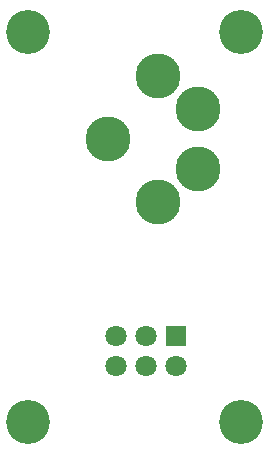
<source format=gbr>
G04 EAGLE Gerber RS-274X export*
G75*
%MOMM*%
%FSLAX34Y34*%
%LPD*%
%INSoldermask Top*%
%IPPOS*%
%AMOC8*
5,1,8,0,0,1.08239X$1,22.5*%
G01*
%ADD10C,3.810000*%
%ADD11R,1.808200X1.808200*%
%ADD12C,1.808200*%
%ADD13C,3.719200*%


D10*
X150000Y303350D03*
X183200Y275400D03*
X183800Y224600D03*
X107600Y250000D03*
X150000Y196650D03*
D11*
X165400Y82700D03*
D12*
X165400Y57300D03*
X140000Y82700D03*
X140000Y57300D03*
X114600Y82700D03*
X114600Y57300D03*
D13*
X40000Y10000D03*
X220000Y10000D03*
X40000Y340000D03*
X220000Y340000D03*
M02*

</source>
